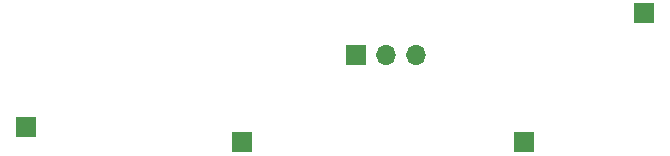
<source format=gbr>
%TF.GenerationSoftware,KiCad,Pcbnew,(6.0.8)*%
%TF.CreationDate,2022-10-18T22:39:30+02:00*%
%TF.ProjectId,test_project_1,74657374-5f70-4726-9f6a-6563745f312e,rev?*%
%TF.SameCoordinates,Original*%
%TF.FileFunction,Soldermask,Bot*%
%TF.FilePolarity,Negative*%
%FSLAX46Y46*%
G04 Gerber Fmt 4.6, Leading zero omitted, Abs format (unit mm)*
G04 Created by KiCad (PCBNEW (6.0.8)) date 2022-10-18 22:39:30*
%MOMM*%
%LPD*%
G01*
G04 APERTURE LIST*
%ADD10R,1.700000X1.700000*%
%ADD11O,1.700000X1.700000*%
G04 APERTURE END LIST*
D10*
%TO.C,J_N7*%
X159004000Y-95504000D03*
%TD*%
%TO.C,J_N1*%
X124968000Y-106426000D03*
%TD*%
%TO.C,J_P2*%
X106680000Y-105156000D03*
%TD*%
%TO.C,J_P8*%
X148844000Y-106426000D03*
%TD*%
D11*
%TO.C,J1*%
X139700000Y-99060000D03*
X137160000Y-99060000D03*
D10*
X134620000Y-99060000D03*
%TD*%
M02*

</source>
